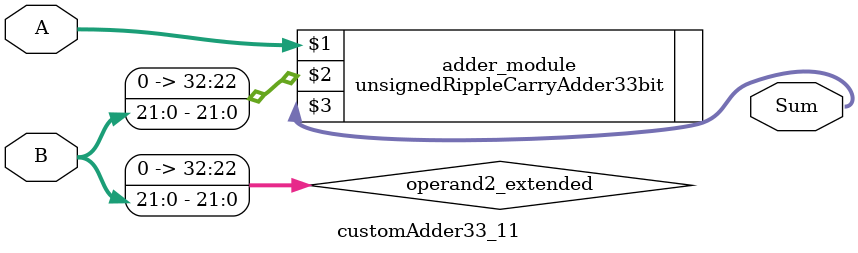
<source format=v>
module customAdder33_11(
                        input [32 : 0] A,
                        input [21 : 0] B,
                        
                        output [33 : 0] Sum
                );

        wire [32 : 0] operand2_extended;
        
        assign operand2_extended =  {11'b0, B};
        
        unsignedRippleCarryAdder33bit adder_module(
            A,
            operand2_extended,
            Sum
        );
        
        endmodule
        
</source>
